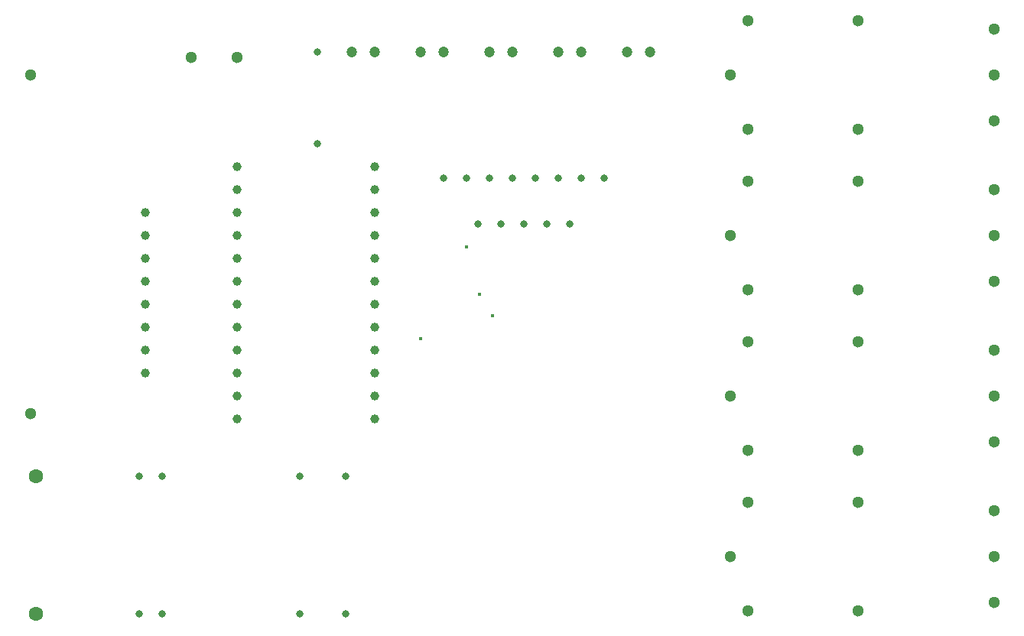
<source format=gbr>
%TF.GenerationSoftware,KiCad,Pcbnew,5.1.4+dfsg1-1*%
%TF.CreationDate,2019-12-07T14:51:19+10:00*%
%TF.ProjectId,ActuatorsExpanded,41637475-6174-46f7-9273-457870616e64,1*%
%TF.SameCoordinates,Original*%
%TF.FileFunction,Plated,1,2,PTH,Drill*%
%TF.FilePolarity,Positive*%
%FSLAX46Y46*%
G04 Gerber Fmt 4.6, Leading zero omitted, Abs format (unit mm)*
G04 Created by KiCad (PCBNEW 5.1.4+dfsg1-1) date 2019-12-07 14:51:19*
%MOMM*%
%LPD*%
G04 APERTURE LIST*
%TA.AperFunction,ViaDrill*%
%ADD10C,0.400000*%
%TD*%
%TA.AperFunction,ComponentDrill*%
%ADD11C,0.800000*%
%TD*%
%TA.AperFunction,ComponentDrill*%
%ADD12C,1.000000*%
%TD*%
%TA.AperFunction,ComponentDrill*%
%ADD13C,1.200000*%
%TD*%
%TA.AperFunction,ComponentDrill*%
%ADD14C,1.300000*%
%TD*%
%TA.AperFunction,ComponentDrill*%
%ADD15C,1.600000*%
%TD*%
G04 APERTURE END LIST*
D10*
X131445000Y-92710000D03*
X136525000Y-82550000D03*
X137988051Y-87823051D03*
X139409998Y-90170000D03*
D11*
%TO.C,PS1*%
X100330000Y-107950000D03*
X100330000Y-123190000D03*
X102870000Y-107950000D03*
X102870000Y-123190000D03*
X118110000Y-107950000D03*
X118110000Y-123190000D03*
X123190000Y-107950000D03*
X123190000Y-123190000D03*
%TO.C,RN2*%
X133985000Y-74930000D03*
X136525000Y-74930000D03*
X139065000Y-74930000D03*
X141605000Y-74930000D03*
X144145000Y-74930000D03*
X146685000Y-74930000D03*
X149225000Y-74930000D03*
X151765000Y-74930000D03*
%TO.C,RN1*%
X137795000Y-80010000D03*
X140335000Y-80010000D03*
X142875000Y-80010000D03*
X145415000Y-80010000D03*
X147955000Y-80010000D03*
%TO.C,R7*%
X120015000Y-60960000D03*
X120015000Y-71120000D03*
D12*
%TO.C,J1*%
X111125000Y-73660000D03*
X111125000Y-76200000D03*
X111125000Y-78740000D03*
X111125000Y-81280000D03*
X111125000Y-83820000D03*
X111125000Y-86360000D03*
X111125000Y-88900000D03*
X111125000Y-91440000D03*
X111125000Y-93980000D03*
X111125000Y-96520000D03*
X111125000Y-99060000D03*
X111125000Y-101600000D03*
%TO.C,J2*%
X126365000Y-73660000D03*
X126365000Y-76200000D03*
X126365000Y-78740000D03*
X126365000Y-81280000D03*
X126365000Y-83820000D03*
X126365000Y-86360000D03*
X126365000Y-88900000D03*
X126365000Y-91440000D03*
X126365000Y-93980000D03*
X126365000Y-96520000D03*
X126365000Y-99060000D03*
X126365000Y-101600000D03*
%TO.C,J4*%
X100965000Y-78740000D03*
X100965000Y-81280000D03*
X100965000Y-83820000D03*
X100965000Y-86360000D03*
X100965000Y-88900000D03*
X100965000Y-91440000D03*
X100965000Y-93980000D03*
X100965000Y-96520000D03*
D13*
%TO.C,J18*%
X131445000Y-60960000D03*
X133985000Y-60960000D03*
%TO.C,J10*%
X154305000Y-60960000D03*
X156845000Y-60960000D03*
%TO.C,J8*%
X123825000Y-60960000D03*
X126365000Y-60960000D03*
%TO.C,J16*%
X139065000Y-60960000D03*
X141605000Y-60960000D03*
%TO.C,J14*%
X146685000Y-60960000D03*
X149225000Y-60960000D03*
D14*
%TO.C,K1*%
X165735000Y-116840000D03*
X167735000Y-110840000D03*
X167735000Y-122840000D03*
X179935000Y-110840000D03*
X179935000Y-122840000D03*
%TO.C,J13*%
X194945000Y-58420000D03*
X194945000Y-63500000D03*
X194945000Y-68580000D03*
%TO.C,K2*%
X165735000Y-99060000D03*
X167735000Y-93060000D03*
X167735000Y-105060000D03*
X179935000Y-93060000D03*
X179935000Y-105060000D03*
%TO.C,J6*%
X194945000Y-111760000D03*
X194945000Y-116840000D03*
X194945000Y-121920000D03*
%TO.C,K3*%
X165735000Y-81280000D03*
X167735000Y-75280000D03*
X167735000Y-87280000D03*
X179935000Y-75280000D03*
X179935000Y-87280000D03*
%TO.C,K4*%
X165735000Y-63500000D03*
X167735000Y-57500000D03*
X167735000Y-69500000D03*
X179935000Y-57500000D03*
X179935000Y-69500000D03*
%TO.C,J3*%
X106045000Y-61595000D03*
X111125000Y-61595000D03*
%TO.C,F1*%
X88265000Y-63500000D03*
X88265000Y-101000000D03*
%TO.C,J12*%
X194945000Y-76200000D03*
X194945000Y-81280000D03*
X194945000Y-86360000D03*
%TO.C,J11*%
X194945000Y-93980000D03*
X194945000Y-99060000D03*
X194945000Y-104140000D03*
D15*
%TO.C,D3*%
X88900000Y-107950000D03*
X88900000Y-123190000D03*
M02*

</source>
